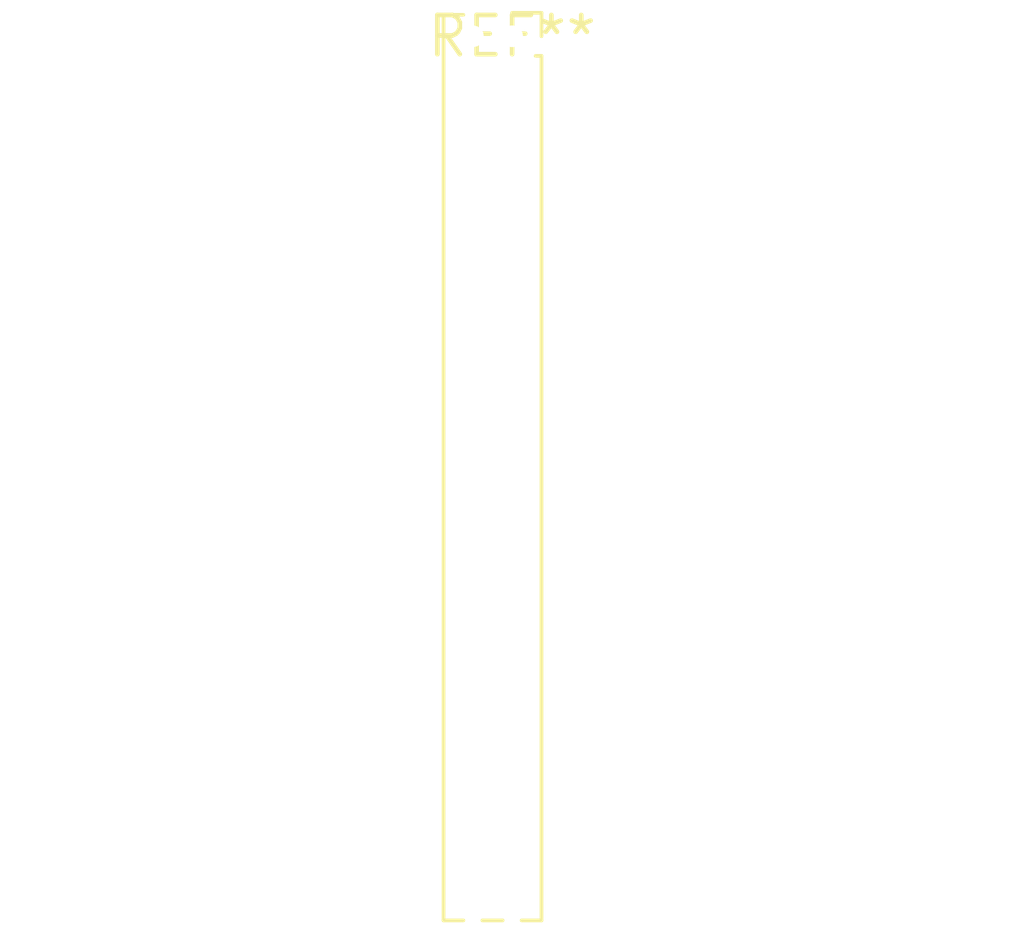
<source format=kicad_pcb>
(kicad_pcb (version 20240108) (generator pcbnew)
  (layers (0 "F.Cu" signal) (31 "B.Cu" signal) (34 "B.Paste" user) (35 "F.Paste" user) (36 "B.SilkS" user "B.Silkscreen") (37 "F.SilkS" user "F.Silkscreen") (38 "B.Mask" user) (39 "F.Mask" user) (44 "Edge.Cuts" user))
  (net 0 "")
  (footprint "PinSocket_2x23_P1.27mm_Vertical" (layer "F.Cu") (at 0 0)
    (property "Reference" "REF**")
    (property "Value" "PinSocket_2x23_P1.27mm_Vertical")
    (fp_line (start -2.22 -0.695) (end -2.22 28.635) (layer "F.SilkS") (stroke (width 0.12)))
    (fp_line (start -2.22 -0.695) (end -1.57753 -0.695) (layer "F.SilkS") (stroke (width 0.12)))
    (fp_line (start -2.22 28.635) (end -1.57753 28.635) (layer "F.SilkS") (stroke (width 0.12)))
    (fp_line (start -0.96247 -0.695) (end -0.76 -0.695) (layer "F.SilkS") (stroke (width 0.12)))
    (fp_line (start -0.96247 28.635) (end -0.30753 28.635) (layer "F.SilkS") (stroke (width 0.12)))
    (fp_line (start 0 -0.76) (end 0.95 -0.76) (layer "F.SilkS") (stroke (width 0.12)))
    (fp_line (start 0.30753 28.635) (end 0.95 28.635) (layer "F.SilkS") (stroke (width 0.12)))
    (fp_line (start 0.76 0.635) (end 0.95 0.635) (layer "F.SilkS") (stroke (width 0.12)))
    (fp_line (start 0.95 -0.76) (end 0.95 0) (layer "F.SilkS") (stroke (width 0.12)))
    (fp_line (start 0.95 0.635) (end 0.95 28.635) (layer "F.SilkS") (stroke (width 0.12)))
    (pad "1" thru_hole rect (at 0 0) (size 1 1) (drill 0.7) (layers *.Cu *.Mask) (remove_unused_layers))
    (pad "2" thru_hole oval (at -1.27 0) (size 1 1) (drill 0.7) (layers *.Cu *.Mask) (remove_unused_layers))
    (pad "3" thru_hole oval (at 0 1.27) (size 1 1) (drill 0.7) (layers *.Cu *.Mask) (remove_unused_layers))
    (pad "4" thru_hole oval (at -1.27 1.27) (size 1 1) (drill 0.7) (layers *.Cu *.Mask) (remove_unused_layers))
    (pad "5" thru_hole oval (at 0 2.54) (size 1 1) (drill 0.7) (layers *.Cu *.Mask) (remove_unused_layers))
    (pad "6" thru_hole oval (at -1.27 2.54) (size 1 1) (drill 0.7) (layers *.Cu *.Mask) (remove_unused_layers))
    (pad "7" thru_hole oval (at 0 3.81) (size 1 1) (drill 0.7) (layers *.Cu *.Mask) (remove_unused_layers))
    (pad "8" thru_hole oval (at -1.27 3.81) (size 1 1) (drill 0.7) (layers *.Cu *.Mask) (remove_unused_layers))
    (pad "9" thru_hole oval (at 0 5.08) (size 1 1) (drill 0.7) (layers *.Cu *.Mask) (remove_unused_layers))
    (pad "10" thru_hole oval (at -1.27 5.08) (size 1 1) (drill 0.7) (layers *.Cu *.Mask) (remove_unused_layers))
    (pad "11" thru_hole oval (at 0 6.35) (size 1 1) (drill 0.7) (layers *.Cu *.Mask) (remove_unused_layers))
    (pad "12" thru_hole oval (at -1.27 6.35) (size 1 1) (drill 0.7) (layers *.Cu *.Mask) (remove_unused_layers))
    (pad "13" thru_hole oval (at 0 7.62) (size 1 1) (drill 0.7) (layers *.Cu *.Mask) (remove_unused_layers))
    (pad "14" thru_hole oval (at -1.27 7.62) (size 1 1) (drill 0.7) (layers *.Cu *.Mask) (remove_unused_layers))
    (pad "15" thru_hole oval (at 0 8.89) (size 1 1) (drill 0.7) (layers *.Cu *.Mask) (remove_unused_layers))
    (pad "16" thru_hole oval (at -1.27 8.89) (size 1 1) (drill 0.7) (layers *.Cu *.Mask) (remove_unused_layers))
    (pad "17" thru_hole oval (at 0 10.16) (size 1 1) (drill 0.7) (layers *.Cu *.Mask) (remove_unused_layers))
    (pad "18" thru_hole oval (at -1.27 10.16) (size 1 1) (drill 0.7) (layers *.Cu *.Mask) (remove_unused_layers))
    (pad "19" thru_hole oval (at 0 11.43) (size 1 1) (drill 0.7) (layers *.Cu *.Mask) (remove_unused_layers))
    (pad "20" thru_hole oval (at -1.27 11.43) (size 1 1) (drill 0.7) (layers *.Cu *.Mask) (remove_unused_layers))
    (pad "21" thru_hole oval (at 0 12.7) (size 1 1) (drill 0.7) (layers *.Cu *.Mask) (remove_unused_layers))
    (pad "22" thru_hole oval (at -1.27 12.7) (size 1 1) (drill 0.7) (layers *.Cu *.Mask) (remove_unused_layers))
    (pad "23" thru_hole oval (at 0 13.97) (size 1 1) (drill 0.7) (layers *.Cu *.Mask) (remove_unused_layers))
    (pad "24" thru_hole oval (at -1.27 13.97) (size 1 1) (drill 0.7) (layers *.Cu *.Mask) (remove_unused_layers))
    (pad "25" thru_hole oval (at 0 15.24) (size 1 1) (drill 0.7) (layers *.Cu *.Mask) (remove_unused_layers))
    (pad "26" thru_hole oval (at -1.27 15.24) (size 1 1) (drill 0.7) (layers *.Cu *.Mask) (remove_unused_layers))
    (pad "27" thru_hole oval (at 0 16.51) (size 1 1) (drill 0.7) (layers *.Cu *.Mask) (remove_unused_layers))
    (pad "28" thru_hole oval (at -1.27 16.51) (size 1 1) (drill 0.7) (layers *.Cu *.Mask) (remove_unused_layers))
    (pad "29" thru_hole oval (at 0 17.78) (size 1 1) (drill 0.7) (layers *.Cu *.Mask) (remove_unused_layers))
    (pad "30" thru_hole oval (at -1.27 17.78) (size 1 1) (drill 0.7) (layers *.Cu *.Mask) (remove_unused_layers))
    (pad "31" thru_hole oval (at 0 19.05) (size 1 1) (drill 0.7) (layers *.Cu *.Mask) (remove_unused_layers))
    (pad "32" thru_hole oval (at -1.27 19.05) (size 1 1) (drill 0.7) (layers *.Cu *.Mask) (remove_unused_layers))
    (pad "33" thru_hole oval (at 0 20.32) (size 1 1) (drill 0.7) (layers *.Cu *.Mask) (remove_unused_layers))
    (pad "34" thru_hole oval (at -1.27 20.32) (size 1 1) (drill 0.7) (layers *.Cu *.Mask) (remove_unused_layers))
    (pad "35" thru_hole oval (at 0 21.59) (size 1 1) (drill 0.7) (layers *.Cu *.Mask) (remove_unused_layers))
    (pad "36" thru_hole oval (at -1.27 21.59) (size 1 1) (drill 0.7) (layers *.Cu *.Mask) (remove_unused_layers))
    (pad "37" thru_hole oval (at 0 22.86) (size 1 1) (drill 0.7) (layers *.Cu *.Mask) (remove_unused_layers))
    (pad "38" thru_hole oval (at -1.27 22.86) (size 1 1) (drill 0.7) (layers *.Cu *.Mask) (remove_unused_layers))
    (pad "39" thru_hole oval (at 0 24.13) (size 1 1) (drill 0.7) (layers *.Cu *.Mask) (remove_unused_layers))
    (pad "40" thru_hole oval (at -1.27 24.13) (size 1 1) (drill 0.7) (layers *.Cu *.Mask) (remove_unused_layers))
    (pad "41" thru_hole oval (at 0 25.4) (size 1 1) (drill 0.7) (layers *.Cu *.Mask) (remove_unused_layers))
    (pad "42" thru_hole oval (at -1.27 25.4) (size 1 1) (drill 0.7) (layers *.Cu *.Mask) (remove_unused_layers))
    (pad "43" thru_hole oval (at 0 26.67) (size 1 1) (drill 0.7) (layers *.Cu *.Mask) (remove_unused_layers))
    (pad "44" thru_hole oval (at -1.27 26.67) (size 1 1) (drill 0.7) (layers *.Cu *.Mask) (remove_unused_layers))
    (pad "45" thru_hole oval (at 0 27.94) (size 1 1) (drill 0.7) (layers *.Cu *.Mask) (remove_unused_layers))
    (pad "46" thru_hole oval (at -1.27 27.94) (size 1 1) (drill 0.7) (layers *.Cu *.Mask) (remove_unused_layers))
  )
)
</source>
